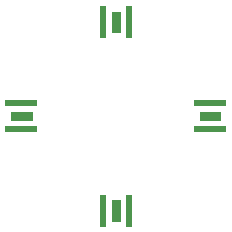
<source format=gbr>
%TF.GenerationSoftware,KiCad,Pcbnew,7.0.7*%
%TF.CreationDate,2024-01-19T08:54:33-05:00*%
%TF.ProjectId,LED_board,4c45445f-626f-4617-9264-2e6b69636164,rev?*%
%TF.SameCoordinates,Original*%
%TF.FileFunction,Paste,Top*%
%TF.FilePolarity,Positive*%
%FSLAX46Y46*%
G04 Gerber Fmt 4.6, Leading zero omitted, Abs format (unit mm)*
G04 Created by KiCad (PCBNEW 7.0.7) date 2024-01-19 08:54:33*
%MOMM*%
%LPD*%
G01*
G04 APERTURE LIST*
%ADD10C,0.010000*%
%ADD11R,0.500000X2.700000*%
%ADD12R,2.700000X0.500000*%
G04 APERTURE END LIST*
%TO.C,D2*%
D10*
X100315000Y-92850000D02*
X99685000Y-92850000D01*
X99685000Y-91150000D01*
X100315000Y-91150000D01*
X100315000Y-92850000D01*
G36*
X100315000Y-92850000D02*
G01*
X99685000Y-92850000D01*
X99685000Y-91150000D01*
X100315000Y-91150000D01*
X100315000Y-92850000D01*
G37*
%TO.C,D4*%
X108850000Y-100315000D02*
X107150000Y-100315000D01*
X107150000Y-99685000D01*
X108850000Y-99685000D01*
X108850000Y-100315000D01*
G36*
X108850000Y-100315000D02*
G01*
X107150000Y-100315000D01*
X107150000Y-99685000D01*
X108850000Y-99685000D01*
X108850000Y-100315000D01*
G37*
%TO.C,D1*%
X92850000Y-100315000D02*
X91150000Y-100315000D01*
X91150000Y-99685000D01*
X92850000Y-99685000D01*
X92850000Y-100315000D01*
G36*
X92850000Y-100315000D02*
G01*
X91150000Y-100315000D01*
X91150000Y-99685000D01*
X92850000Y-99685000D01*
X92850000Y-100315000D01*
G37*
%TO.C,D3*%
X100315000Y-108850000D02*
X99685000Y-108850000D01*
X99685000Y-107150000D01*
X100315000Y-107150000D01*
X100315000Y-108850000D01*
G36*
X100315000Y-108850000D02*
G01*
X99685000Y-108850000D01*
X99685000Y-107150000D01*
X100315000Y-107150000D01*
X100315000Y-108850000D01*
G37*
%TD*%
D11*
%TO.C,D2*%
X101100000Y-92000000D03*
X98900000Y-92000000D03*
%TD*%
D12*
%TO.C,D4*%
X108000000Y-98900000D03*
X108000000Y-101100000D03*
%TD*%
%TO.C,D1*%
X92000000Y-98900000D03*
X92000000Y-101100000D03*
%TD*%
D11*
%TO.C,D3*%
X101100000Y-108000000D03*
X98900000Y-108000000D03*
%TD*%
M02*

</source>
